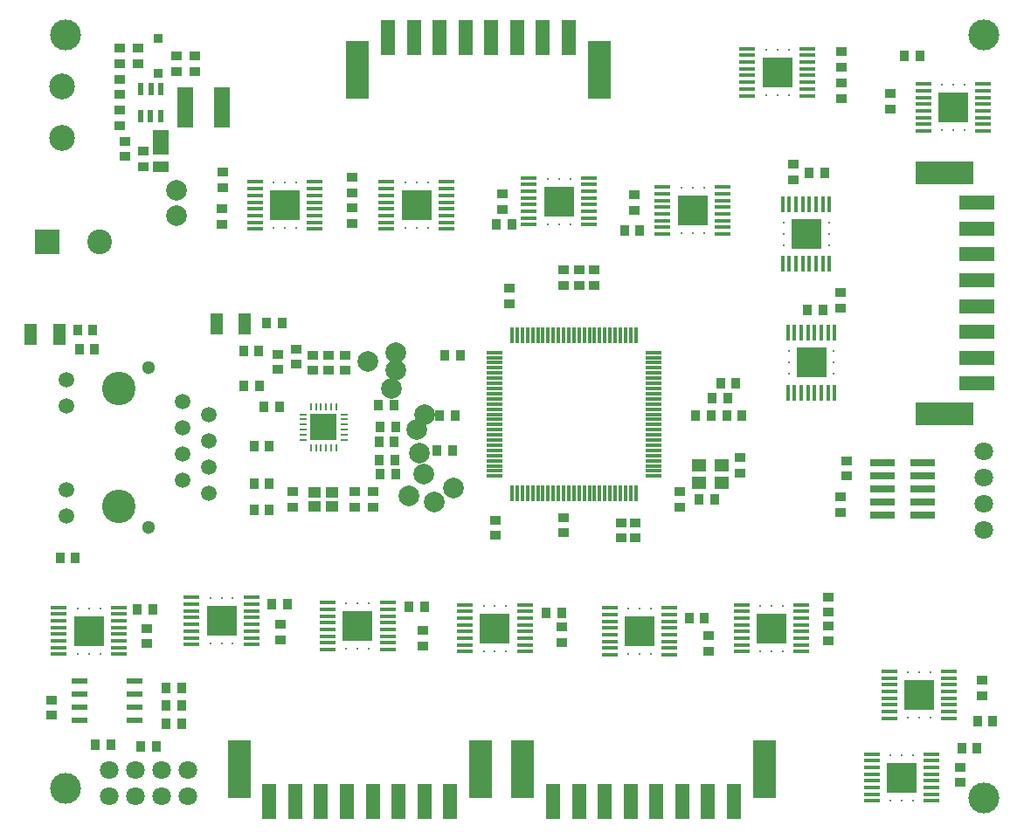
<source format=gbr>
G04 #@! TF.FileFunction,Soldermask,Top*
%FSLAX46Y46*%
G04 Gerber Fmt 4.6, Leading zero omitted, Abs format (unit mm)*
G04 Created by KiCad (PCBNEW 4.0.7) date 03/20/19 16:08:22*
%MOMM*%
%LPD*%
G01*
G04 APERTURE LIST*
%ADD10C,0.050000*%
%ADD11R,3.000000X3.000000*%
%ADD12C,0.300000*%
%ADD13R,1.500000X0.450000*%
%ADD14C,3.000000*%
%ADD15R,0.899160X1.000760*%
%ADD16R,1.000760X0.899160*%
%ADD17C,2.000000*%
%ADD18R,0.450000X1.500000*%
%ADD19R,2.499360X2.499360*%
%ADD20O,0.800100X0.248920*%
%ADD21O,0.248920X0.800100*%
%ADD22C,1.500000*%
%ADD23C,3.250000*%
%ADD24C,1.300000*%
%ADD25R,1.400000X1.200000*%
%ADD26R,1.200000X1.100000*%
%ADD27C,2.500000*%
%ADD28R,0.900000X1.000000*%
%ADD29R,1.000000X0.900000*%
%ADD30R,2.400000X2.400000*%
%ADD31C,2.400000*%
%ADD32R,1.500000X1.050000*%
%ADD33R,1.500000X2.400000*%
%ADD34R,0.850000X0.850000*%
%ADD35C,1.800000*%
%ADD36R,1.500000X4.000000*%
%ADD37R,1.500000X0.300000*%
%ADD38R,0.300000X1.500000*%
%ADD39R,0.600000X1.200000*%
%ADD40R,1.550000X0.600000*%
%ADD41R,1.250000X2.000000*%
%ADD42R,1.400000X3.400000*%
%ADD43R,2.300000X5.600000*%
%ADD44R,3.400000X1.400000*%
%ADD45R,5.600000X2.300000*%
%ADD46R,2.400000X0.760000*%
G04 APERTURE END LIST*
D10*
D11*
X152750000Y-75000000D03*
D12*
X152750000Y-77200000D03*
X151650000Y-77200000D03*
X153850000Y-77200000D03*
X153850000Y-72800000D03*
X151650000Y-72800000D03*
X152750000Y-72800000D03*
X152750000Y-73900000D03*
X151650000Y-73900000D03*
X153850000Y-73900000D03*
X153850000Y-76100000D03*
X151650000Y-76100000D03*
X152750000Y-76100000D03*
D13*
X149850000Y-76625000D03*
X149850000Y-77275000D03*
X149850000Y-75975000D03*
X149850000Y-75325000D03*
X149850000Y-72725000D03*
X149850000Y-73375000D03*
X149850000Y-74675000D03*
X149850000Y-74025000D03*
X155650000Y-74025000D03*
X155650000Y-74675000D03*
X155650000Y-73375000D03*
X155650000Y-72725000D03*
X155650000Y-75325000D03*
X155650000Y-75975000D03*
X155650000Y-77275000D03*
X155650000Y-76625000D03*
D12*
X152750000Y-75000000D03*
X151650000Y-75000000D03*
X153850000Y-75000000D03*
D11*
X113250000Y-74500000D03*
D12*
X113250000Y-76700000D03*
X112150000Y-76700000D03*
X114350000Y-76700000D03*
X114350000Y-72300000D03*
X112150000Y-72300000D03*
X113250000Y-72300000D03*
X113250000Y-73400000D03*
X112150000Y-73400000D03*
X114350000Y-73400000D03*
X114350000Y-75600000D03*
X112150000Y-75600000D03*
X113250000Y-75600000D03*
D13*
X110350000Y-76125000D03*
X110350000Y-76775000D03*
X110350000Y-75475000D03*
X110350000Y-74825000D03*
X110350000Y-72225000D03*
X110350000Y-72875000D03*
X110350000Y-74175000D03*
X110350000Y-73525000D03*
X116150000Y-73525000D03*
X116150000Y-74175000D03*
X116150000Y-72875000D03*
X116150000Y-72225000D03*
X116150000Y-74825000D03*
X116150000Y-75475000D03*
X116150000Y-76775000D03*
X116150000Y-76125000D03*
D12*
X113250000Y-74500000D03*
X112150000Y-74500000D03*
X114350000Y-74500000D03*
D14*
X92000000Y-131000000D03*
X92000000Y-58000000D03*
X181000000Y-132000000D03*
X181000000Y-58000000D03*
D15*
X156151840Y-93200000D03*
X154648160Y-93200000D03*
D16*
X143250000Y-82251840D03*
X143250000Y-80748160D03*
X112522000Y-90413840D03*
X112522000Y-88910160D03*
D17*
X126250000Y-98500000D03*
X126710000Y-100580000D03*
X121250000Y-89600000D03*
X129575000Y-101875000D03*
X123600000Y-92250000D03*
X127750000Y-103250000D03*
X125300000Y-102650000D03*
X126750000Y-94750000D03*
X124000000Y-90500000D03*
X124000000Y-88750000D03*
D16*
X145800000Y-106751840D03*
X145800000Y-105248160D03*
X147200000Y-106751840D03*
X147200000Y-105248160D03*
D15*
X103251840Y-124750000D03*
X101748160Y-124750000D03*
D16*
X167100000Y-104251840D03*
X167100000Y-102748160D03*
D15*
X103251840Y-121250000D03*
X101748160Y-121250000D03*
X103251840Y-123000000D03*
X101748160Y-123000000D03*
X123801840Y-93850000D03*
X122298160Y-93850000D03*
X123951840Y-100570000D03*
X122448160Y-100570000D03*
X124001840Y-96000000D03*
X122498160Y-96000000D03*
D16*
X121750000Y-103751840D03*
X121750000Y-102248160D03*
X115950000Y-90501840D03*
X115950000Y-88998160D03*
D15*
X129501840Y-98250000D03*
X127998160Y-98250000D03*
D16*
X117500000Y-90501840D03*
X117500000Y-88998160D03*
D15*
X92953840Y-108712000D03*
X91450160Y-108712000D03*
X94811840Y-88440000D03*
X93308160Y-88440000D03*
X94641840Y-86550000D03*
X93138160Y-86550000D03*
X100751840Y-127000000D03*
X99248160Y-127000000D03*
X112951840Y-85900000D03*
X111448160Y-85900000D03*
D11*
X139800000Y-74100000D03*
D12*
X139800000Y-76300000D03*
X138700000Y-76300000D03*
X140900000Y-76300000D03*
X140900000Y-71900000D03*
X138700000Y-71900000D03*
X139800000Y-71900000D03*
X139800000Y-73000000D03*
X138700000Y-73000000D03*
X140900000Y-73000000D03*
X140900000Y-75200000D03*
X138700000Y-75200000D03*
X139800000Y-75200000D03*
D13*
X136900000Y-75725000D03*
X136900000Y-76375000D03*
X136900000Y-75075000D03*
X136900000Y-74425000D03*
X136900000Y-71825000D03*
X136900000Y-72475000D03*
X136900000Y-73775000D03*
X136900000Y-73125000D03*
X142700000Y-73125000D03*
X142700000Y-73775000D03*
X142700000Y-72475000D03*
X142700000Y-71825000D03*
X142700000Y-74425000D03*
X142700000Y-75075000D03*
X142700000Y-76375000D03*
X142700000Y-75725000D03*
D12*
X139800000Y-74100000D03*
X138700000Y-74100000D03*
X140900000Y-74100000D03*
D11*
X126000000Y-74500000D03*
D12*
X126000000Y-76700000D03*
X124900000Y-76700000D03*
X127100000Y-76700000D03*
X127100000Y-72300000D03*
X124900000Y-72300000D03*
X126000000Y-72300000D03*
X126000000Y-73400000D03*
X124900000Y-73400000D03*
X127100000Y-73400000D03*
X127100000Y-75600000D03*
X124900000Y-75600000D03*
X126000000Y-75600000D03*
D13*
X123100000Y-76125000D03*
X123100000Y-76775000D03*
X123100000Y-75475000D03*
X123100000Y-74825000D03*
X123100000Y-72225000D03*
X123100000Y-72875000D03*
X123100000Y-74175000D03*
X123100000Y-73525000D03*
X128900000Y-73525000D03*
X128900000Y-74175000D03*
X128900000Y-72875000D03*
X128900000Y-72225000D03*
X128900000Y-74825000D03*
X128900000Y-75475000D03*
X128900000Y-76775000D03*
X128900000Y-76125000D03*
D12*
X126000000Y-74500000D03*
X124900000Y-74500000D03*
X127100000Y-74500000D03*
D11*
X164250000Y-89750000D03*
D12*
X162050000Y-89750000D03*
X162050000Y-88650000D03*
X162050000Y-90850000D03*
X166450000Y-90850000D03*
X166450000Y-88650000D03*
X166450000Y-89750000D03*
X165350000Y-89750000D03*
X165350000Y-88650000D03*
X165350000Y-90850000D03*
X163150000Y-90850000D03*
X163150000Y-88650000D03*
X163150000Y-89750000D03*
D18*
X162625000Y-86850000D03*
X161975000Y-86850000D03*
X163275000Y-86850000D03*
X163925000Y-86850000D03*
X166525000Y-86850000D03*
X165875000Y-86850000D03*
X164575000Y-86850000D03*
X165225000Y-86850000D03*
X165225000Y-92650000D03*
X164575000Y-92650000D03*
X165875000Y-92650000D03*
X166525000Y-92650000D03*
X163925000Y-92650000D03*
X163275000Y-92650000D03*
X161975000Y-92650000D03*
X162625000Y-92650000D03*
D12*
X164250000Y-89750000D03*
X164250000Y-88650000D03*
X164250000Y-90850000D03*
D11*
X163750000Y-77250000D03*
D12*
X161550000Y-77250000D03*
X161550000Y-76150000D03*
X161550000Y-78350000D03*
X165950000Y-78350000D03*
X165950000Y-76150000D03*
X165950000Y-77250000D03*
X164850000Y-77250000D03*
X164850000Y-76150000D03*
X164850000Y-78350000D03*
X162650000Y-78350000D03*
X162650000Y-76150000D03*
X162650000Y-77250000D03*
D18*
X162125000Y-74350000D03*
X161475000Y-74350000D03*
X162775000Y-74350000D03*
X163425000Y-74350000D03*
X166025000Y-74350000D03*
X165375000Y-74350000D03*
X164075000Y-74350000D03*
X164725000Y-74350000D03*
X164725000Y-80150000D03*
X164075000Y-80150000D03*
X165375000Y-80150000D03*
X166025000Y-80150000D03*
X163425000Y-80150000D03*
X162775000Y-80150000D03*
X161475000Y-80150000D03*
X162125000Y-80150000D03*
D12*
X163750000Y-77250000D03*
X163750000Y-76150000D03*
X163750000Y-78350000D03*
D11*
X178000000Y-65000000D03*
D12*
X178000000Y-67200000D03*
X176900000Y-67200000D03*
X179100000Y-67200000D03*
X179100000Y-62800000D03*
X176900000Y-62800000D03*
X178000000Y-62800000D03*
X178000000Y-63900000D03*
X176900000Y-63900000D03*
X179100000Y-63900000D03*
X179100000Y-66100000D03*
X176900000Y-66100000D03*
X178000000Y-66100000D03*
D13*
X175100000Y-66625000D03*
X175100000Y-67275000D03*
X175100000Y-65975000D03*
X175100000Y-65325000D03*
X175100000Y-62725000D03*
X175100000Y-63375000D03*
X175100000Y-64675000D03*
X175100000Y-64025000D03*
X180900000Y-64025000D03*
X180900000Y-64675000D03*
X180900000Y-63375000D03*
X180900000Y-62725000D03*
X180900000Y-65325000D03*
X180900000Y-65975000D03*
X180900000Y-67275000D03*
X180900000Y-66625000D03*
D12*
X178000000Y-65000000D03*
X176900000Y-65000000D03*
X179100000Y-65000000D03*
D11*
X160950000Y-61570000D03*
D12*
X160950000Y-59370000D03*
X162050000Y-59370000D03*
X159850000Y-59370000D03*
X159850000Y-63770000D03*
X162050000Y-63770000D03*
X160950000Y-63770000D03*
X160950000Y-62670000D03*
X162050000Y-62670000D03*
X159850000Y-62670000D03*
X159850000Y-60470000D03*
X162050000Y-60470000D03*
X160950000Y-60470000D03*
D13*
X163850000Y-59945000D03*
X163850000Y-59295000D03*
X163850000Y-60595000D03*
X163850000Y-61245000D03*
X163850000Y-63845000D03*
X163850000Y-63195000D03*
X163850000Y-61895000D03*
X163850000Y-62545000D03*
X158050000Y-62545000D03*
X158050000Y-61895000D03*
X158050000Y-63195000D03*
X158050000Y-63845000D03*
X158050000Y-61245000D03*
X158050000Y-60595000D03*
X158050000Y-59295000D03*
X158050000Y-59945000D03*
D12*
X160950000Y-61570000D03*
X162050000Y-61570000D03*
X159850000Y-61570000D03*
D11*
X147600000Y-115800000D03*
D12*
X147600000Y-113600000D03*
X148700000Y-113600000D03*
X146500000Y-113600000D03*
X146500000Y-118000000D03*
X148700000Y-118000000D03*
X147600000Y-118000000D03*
X147600000Y-116900000D03*
X148700000Y-116900000D03*
X146500000Y-116900000D03*
X146500000Y-114700000D03*
X148700000Y-114700000D03*
X147600000Y-114700000D03*
D13*
X150500000Y-114175000D03*
X150500000Y-113525000D03*
X150500000Y-114825000D03*
X150500000Y-115475000D03*
X150500000Y-118075000D03*
X150500000Y-117425000D03*
X150500000Y-116125000D03*
X150500000Y-116775000D03*
X144700000Y-116775000D03*
X144700000Y-116125000D03*
X144700000Y-117425000D03*
X144700000Y-118075000D03*
X144700000Y-115475000D03*
X144700000Y-114825000D03*
X144700000Y-113525000D03*
X144700000Y-114175000D03*
D12*
X147600000Y-115800000D03*
X148700000Y-115800000D03*
X146500000Y-115800000D03*
D11*
X160400000Y-115500000D03*
D12*
X160400000Y-113300000D03*
X161500000Y-113300000D03*
X159300000Y-113300000D03*
X159300000Y-117700000D03*
X161500000Y-117700000D03*
X160400000Y-117700000D03*
X160400000Y-116600000D03*
X161500000Y-116600000D03*
X159300000Y-116600000D03*
X159300000Y-114400000D03*
X161500000Y-114400000D03*
X160400000Y-114400000D03*
D13*
X163300000Y-113875000D03*
X163300000Y-113225000D03*
X163300000Y-114525000D03*
X163300000Y-115175000D03*
X163300000Y-117775000D03*
X163300000Y-117125000D03*
X163300000Y-115825000D03*
X163300000Y-116475000D03*
X157500000Y-116475000D03*
X157500000Y-115825000D03*
X157500000Y-117125000D03*
X157500000Y-117775000D03*
X157500000Y-115175000D03*
X157500000Y-114525000D03*
X157500000Y-113225000D03*
X157500000Y-113875000D03*
D12*
X160400000Y-115500000D03*
X161500000Y-115500000D03*
X159300000Y-115500000D03*
D11*
X173025000Y-129975000D03*
D12*
X173025000Y-127775000D03*
X174125000Y-127775000D03*
X171925000Y-127775000D03*
X171925000Y-132175000D03*
X174125000Y-132175000D03*
X173025000Y-132175000D03*
X173025000Y-131075000D03*
X174125000Y-131075000D03*
X171925000Y-131075000D03*
X171925000Y-128875000D03*
X174125000Y-128875000D03*
X173025000Y-128875000D03*
D13*
X175925000Y-128350000D03*
X175925000Y-127700000D03*
X175925000Y-129000000D03*
X175925000Y-129650000D03*
X175925000Y-132250000D03*
X175925000Y-131600000D03*
X175925000Y-130300000D03*
X175925000Y-130950000D03*
X170125000Y-130950000D03*
X170125000Y-130300000D03*
X170125000Y-131600000D03*
X170125000Y-132250000D03*
X170125000Y-129650000D03*
X170125000Y-129000000D03*
X170125000Y-127700000D03*
X170125000Y-128350000D03*
D12*
X173025000Y-129975000D03*
X174125000Y-129975000D03*
X171925000Y-129975000D03*
D11*
X174710000Y-121960000D03*
D12*
X174710000Y-119760000D03*
X175810000Y-119760000D03*
X173610000Y-119760000D03*
X173610000Y-124160000D03*
X175810000Y-124160000D03*
X174710000Y-124160000D03*
X174710000Y-123060000D03*
X175810000Y-123060000D03*
X173610000Y-123060000D03*
X173610000Y-120860000D03*
X175810000Y-120860000D03*
X174710000Y-120860000D03*
D13*
X177610000Y-120335000D03*
X177610000Y-119685000D03*
X177610000Y-120985000D03*
X177610000Y-121635000D03*
X177610000Y-124235000D03*
X177610000Y-123585000D03*
X177610000Y-122285000D03*
X177610000Y-122935000D03*
X171810000Y-122935000D03*
X171810000Y-122285000D03*
X171810000Y-123585000D03*
X171810000Y-124235000D03*
X171810000Y-121635000D03*
X171810000Y-120985000D03*
X171810000Y-119685000D03*
X171810000Y-120335000D03*
D12*
X174710000Y-121960000D03*
X175810000Y-121960000D03*
X173610000Y-121960000D03*
D11*
X107100000Y-114800000D03*
D12*
X107100000Y-112600000D03*
X108200000Y-112600000D03*
X106000000Y-112600000D03*
X106000000Y-117000000D03*
X108200000Y-117000000D03*
X107100000Y-117000000D03*
X107100000Y-115900000D03*
X108200000Y-115900000D03*
X106000000Y-115900000D03*
X106000000Y-113700000D03*
X108200000Y-113700000D03*
X107100000Y-113700000D03*
D13*
X110000000Y-113175000D03*
X110000000Y-112525000D03*
X110000000Y-113825000D03*
X110000000Y-114475000D03*
X110000000Y-117075000D03*
X110000000Y-116425000D03*
X110000000Y-115125000D03*
X110000000Y-115775000D03*
X104200000Y-115775000D03*
X104200000Y-115125000D03*
X104200000Y-116425000D03*
X104200000Y-117075000D03*
X104200000Y-114475000D03*
X104200000Y-113825000D03*
X104200000Y-112525000D03*
X104200000Y-113175000D03*
D12*
X107100000Y-114800000D03*
X108200000Y-114800000D03*
X106000000Y-114800000D03*
D11*
X120300000Y-115300000D03*
D12*
X120300000Y-113100000D03*
X121400000Y-113100000D03*
X119200000Y-113100000D03*
X119200000Y-117500000D03*
X121400000Y-117500000D03*
X120300000Y-117500000D03*
X120300000Y-116400000D03*
X121400000Y-116400000D03*
X119200000Y-116400000D03*
X119200000Y-114200000D03*
X121400000Y-114200000D03*
X120300000Y-114200000D03*
D13*
X123200000Y-113675000D03*
X123200000Y-113025000D03*
X123200000Y-114325000D03*
X123200000Y-114975000D03*
X123200000Y-117575000D03*
X123200000Y-116925000D03*
X123200000Y-115625000D03*
X123200000Y-116275000D03*
X117400000Y-116275000D03*
X117400000Y-115625000D03*
X117400000Y-116925000D03*
X117400000Y-117575000D03*
X117400000Y-114975000D03*
X117400000Y-114325000D03*
X117400000Y-113025000D03*
X117400000Y-113675000D03*
D12*
X120300000Y-115300000D03*
X121400000Y-115300000D03*
X119200000Y-115300000D03*
D11*
X133600000Y-115500000D03*
D12*
X133600000Y-113300000D03*
X134700000Y-113300000D03*
X132500000Y-113300000D03*
X132500000Y-117700000D03*
X134700000Y-117700000D03*
X133600000Y-117700000D03*
X133600000Y-116600000D03*
X134700000Y-116600000D03*
X132500000Y-116600000D03*
X132500000Y-114400000D03*
X134700000Y-114400000D03*
X133600000Y-114400000D03*
D13*
X136500000Y-113875000D03*
X136500000Y-113225000D03*
X136500000Y-114525000D03*
X136500000Y-115175000D03*
X136500000Y-117775000D03*
X136500000Y-117125000D03*
X136500000Y-115825000D03*
X136500000Y-116475000D03*
X130700000Y-116475000D03*
X130700000Y-115825000D03*
X130700000Y-117125000D03*
X130700000Y-117775000D03*
X130700000Y-115175000D03*
X130700000Y-114525000D03*
X130700000Y-113225000D03*
X130700000Y-113875000D03*
D12*
X133600000Y-115500000D03*
X134700000Y-115500000D03*
X132500000Y-115500000D03*
D19*
X117000000Y-96000000D03*
D20*
X115001020Y-94750320D03*
X115001020Y-95250700D03*
X115001020Y-95751080D03*
X115001020Y-96248920D03*
X115001020Y-96749300D03*
X115001020Y-97249680D03*
D21*
X115750320Y-97998980D03*
X116250700Y-97998980D03*
X116751080Y-97998980D03*
X117248920Y-97998980D03*
X117749300Y-97998980D03*
X118249680Y-97998980D03*
D20*
X118998980Y-97249680D03*
X118998980Y-96749300D03*
X118998980Y-96248920D03*
X118998980Y-95751080D03*
X118998980Y-95250700D03*
X118998980Y-94750320D03*
D21*
X118249680Y-94001020D03*
X117749300Y-94001020D03*
X117248920Y-94001020D03*
X116751080Y-94001020D03*
X116250700Y-94001020D03*
X115750320Y-94001020D03*
D22*
X92100000Y-91375000D03*
X92100000Y-93915000D03*
X92100000Y-102085000D03*
X92100000Y-104625000D03*
X103350000Y-93560000D03*
X103350000Y-98630000D03*
X103350000Y-96100000D03*
X103350000Y-101170000D03*
X105890000Y-94820000D03*
X105890000Y-99900000D03*
X105890000Y-97360000D03*
D23*
X97132080Y-103715000D03*
X97132080Y-92285000D03*
D24*
X100050000Y-90255000D03*
X100050000Y-105745000D03*
D22*
X105890000Y-102440000D03*
D25*
X155550000Y-99725000D03*
X153350000Y-99725000D03*
X155550000Y-101425000D03*
X153350000Y-101425000D03*
D26*
X116150000Y-103700000D03*
X117850000Y-103700000D03*
X116150000Y-102300000D03*
X117850000Y-102300000D03*
D15*
X110248160Y-104000000D03*
X111751840Y-104000000D03*
D27*
X91660000Y-62970000D03*
X91660000Y-67970000D03*
D15*
X128248160Y-94900000D03*
D28*
X129751840Y-94900000D03*
D15*
X128748160Y-89000000D03*
D28*
X130251840Y-89000000D03*
D15*
X157551840Y-94900000D03*
D28*
X156048160Y-94900000D03*
D16*
X133650000Y-104998160D03*
D29*
X133650000Y-106501840D03*
D15*
X153048160Y-94900000D03*
D28*
X154551840Y-94900000D03*
D15*
X156951840Y-91700000D03*
D28*
X155448160Y-91700000D03*
D16*
X140250000Y-104748160D03*
D29*
X140250000Y-106251840D03*
D16*
X140250000Y-80748160D03*
D29*
X140250000Y-82251840D03*
D16*
X151500000Y-103751840D03*
D29*
X151500000Y-102248160D03*
D16*
X141750000Y-80748160D03*
D29*
X141750000Y-82251840D03*
D16*
X157350000Y-100426840D03*
D29*
X157350000Y-98923160D03*
D15*
X154901840Y-103025000D03*
D28*
X153398160Y-103025000D03*
D16*
X99900000Y-117001840D03*
D29*
X99900000Y-115498160D03*
D15*
X98948160Y-113650000D03*
D28*
X100451840Y-113650000D03*
D16*
X147100000Y-73448160D03*
D29*
X147100000Y-74951840D03*
D16*
X134300000Y-73348160D03*
D29*
X134300000Y-74851840D03*
D30*
X90250000Y-78000000D03*
D31*
X95250000Y-78000000D03*
D16*
X99500000Y-70751840D03*
D29*
X99500000Y-69248160D03*
D15*
X147651840Y-76900000D03*
D28*
X146148160Y-76900000D03*
D15*
X135251840Y-76300000D03*
D28*
X133748160Y-76300000D03*
D16*
X119750000Y-74748160D03*
D29*
X119750000Y-76251840D03*
D16*
X104500000Y-61501840D03*
D29*
X104500000Y-59998160D03*
D16*
X107100000Y-74848160D03*
D29*
X107100000Y-76351840D03*
D16*
X119750000Y-73251840D03*
D29*
X119750000Y-71748160D03*
D16*
X97250000Y-66751840D03*
D29*
X97250000Y-65248160D03*
D16*
X107250000Y-72751840D03*
D29*
X107250000Y-71248160D03*
D15*
X165351840Y-84600000D03*
D28*
X163848160Y-84600000D03*
D15*
X165551840Y-71300000D03*
D28*
X164048160Y-71300000D03*
D16*
X167100000Y-82948160D03*
D29*
X167100000Y-84451840D03*
D16*
X162500000Y-72001840D03*
D29*
X162500000Y-70498160D03*
D16*
X171900000Y-63638160D03*
D29*
X171900000Y-65141840D03*
D16*
X167150000Y-64111840D03*
D29*
X167150000Y-62608160D03*
D15*
X173248160Y-60000000D03*
D28*
X174751840Y-60000000D03*
D16*
X167130000Y-59558160D03*
D29*
X167130000Y-61061840D03*
D16*
X154300000Y-117701840D03*
D29*
X154300000Y-116198160D03*
D16*
X165900000Y-116751840D03*
D29*
X165900000Y-115248160D03*
D15*
X152398160Y-114550000D03*
D28*
X153901840Y-114550000D03*
D16*
X165900000Y-112448160D03*
D29*
X165900000Y-113951840D03*
D16*
X178660000Y-130461840D03*
D29*
X178660000Y-128958160D03*
D16*
X180830000Y-122071840D03*
D29*
X180830000Y-120568160D03*
D15*
X178818160Y-127160000D03*
D28*
X180321840Y-127160000D03*
D15*
X181851840Y-124510000D03*
D28*
X180348160Y-124510000D03*
D16*
X112800000Y-116601840D03*
D29*
X112800000Y-115098160D03*
D16*
X126600000Y-117201840D03*
D29*
X126600000Y-115698160D03*
D16*
X140050000Y-116901840D03*
D29*
X140050000Y-115398160D03*
D15*
X111998160Y-113150000D03*
D28*
X113501840Y-113150000D03*
D15*
X125248160Y-113450000D03*
D28*
X126751840Y-113450000D03*
D15*
X138548160Y-114000000D03*
D28*
X140051840Y-114000000D03*
D16*
X114300000Y-88402160D03*
D29*
X114300000Y-89905840D03*
D15*
X110733840Y-88646000D03*
D28*
X109230160Y-88646000D03*
D15*
X123921840Y-99160000D03*
D28*
X122418160Y-99160000D03*
D15*
X111248160Y-94000000D03*
D28*
X112751840Y-94000000D03*
D16*
X114000000Y-102248160D03*
D29*
X114000000Y-103751840D03*
D15*
X110751840Y-92000000D03*
D28*
X109248160Y-92000000D03*
D15*
X123851840Y-97425000D03*
D28*
X122348160Y-97425000D03*
D16*
X120000000Y-103751840D03*
D29*
X120000000Y-102248160D03*
D16*
X119100000Y-88998160D03*
D29*
X119100000Y-90501840D03*
D15*
X111751840Y-97800000D03*
D28*
X110248160Y-97800000D03*
D15*
X110248160Y-101500000D03*
D28*
X111751840Y-101500000D03*
D32*
X101250000Y-70775000D03*
D33*
X101250000Y-68400000D03*
D34*
X101000000Y-58325000D03*
X101000000Y-61675000D03*
D35*
X181000000Y-105950000D03*
X181000000Y-103410000D03*
X181000000Y-98340160D03*
X181000000Y-100880160D03*
X101270000Y-131770000D03*
X103810000Y-131770000D03*
X98730000Y-131770000D03*
X96190000Y-131770000D03*
X96190000Y-129230000D03*
X98730000Y-129230000D03*
X103810000Y-129230000D03*
X101270000Y-129230000D03*
D36*
X107160000Y-64980000D03*
X103560000Y-64980000D03*
D17*
X126000000Y-96250000D03*
D15*
X96351840Y-126800000D03*
X94848160Y-126800000D03*
D16*
X90650000Y-123951840D03*
X90650000Y-122448160D03*
X97750000Y-68248160D03*
X97750000Y-69751840D03*
X97250000Y-59248160D03*
X97250000Y-60751840D03*
X102750000Y-59998160D03*
X102750000Y-61501840D03*
X99000000Y-60751840D03*
X99000000Y-59248160D03*
X97250000Y-62248160D03*
X97250000Y-63751840D03*
X167670000Y-99248160D03*
X167670000Y-100751840D03*
D37*
X148950000Y-92750000D03*
X148950000Y-92250000D03*
X148950000Y-91750000D03*
X148950000Y-90750000D03*
X148950000Y-91250000D03*
X148950000Y-89250000D03*
X148950000Y-88750000D03*
X148950000Y-89750000D03*
X148950000Y-90250000D03*
D38*
X135750000Y-102450000D03*
X135250000Y-102450000D03*
X138750000Y-102450000D03*
X138250000Y-102450000D03*
X139250000Y-102450000D03*
X137250000Y-102450000D03*
X137750000Y-102450000D03*
X136250000Y-102450000D03*
X136750000Y-102450000D03*
D37*
X133550000Y-97250000D03*
X133550000Y-97750000D03*
X133550000Y-96750000D03*
X133550000Y-98250000D03*
X133550000Y-98750000D03*
X133550000Y-100750000D03*
X133550000Y-100250000D03*
X133550000Y-99750000D03*
X133550000Y-99250000D03*
D38*
X137250000Y-87050000D03*
X138750000Y-87050000D03*
X139250000Y-87050000D03*
X138250000Y-87050000D03*
X137750000Y-87050000D03*
X135750000Y-87050000D03*
X136250000Y-87050000D03*
X136750000Y-87050000D03*
X135250000Y-87050000D03*
D37*
X148950000Y-94750000D03*
X148950000Y-94250000D03*
X148950000Y-93250000D03*
X148950000Y-93750000D03*
D38*
X140250000Y-102450000D03*
X139750000Y-102450000D03*
X141250000Y-102450000D03*
X140750000Y-102450000D03*
D37*
X133550000Y-94750000D03*
X133550000Y-95250000D03*
X133550000Y-95750000D03*
X133550000Y-96250000D03*
D38*
X139750000Y-87050000D03*
X141250000Y-87050000D03*
X140750000Y-87050000D03*
X140250000Y-87050000D03*
D37*
X148950000Y-95750000D03*
X148950000Y-95250000D03*
X148950000Y-96250000D03*
X148950000Y-96750000D03*
D38*
X144250000Y-102450000D03*
X144750000Y-102450000D03*
X145750000Y-102450000D03*
X145250000Y-102450000D03*
X142750000Y-102450000D03*
X143750000Y-102450000D03*
X143250000Y-102450000D03*
X141750000Y-102450000D03*
X142250000Y-102450000D03*
D37*
X133550000Y-94250000D03*
X133550000Y-93750000D03*
D38*
X142250000Y-87050000D03*
X142750000Y-87050000D03*
X143750000Y-87050000D03*
X143250000Y-87050000D03*
X144750000Y-87050000D03*
X145250000Y-87050000D03*
X144250000Y-87050000D03*
X146750000Y-87050000D03*
X147250000Y-87050000D03*
X146250000Y-87050000D03*
X145750000Y-87050000D03*
D37*
X148950000Y-97250000D03*
X148950000Y-97750000D03*
X148950000Y-98750000D03*
X148950000Y-98250000D03*
X148950000Y-99750000D03*
X148950000Y-100250000D03*
X148950000Y-99250000D03*
D38*
X146750000Y-102450000D03*
X146250000Y-102450000D03*
X147250000Y-102450000D03*
D37*
X148950000Y-100750000D03*
X133550000Y-91750000D03*
X133550000Y-92250000D03*
X133550000Y-93250000D03*
X133550000Y-92750000D03*
X133550000Y-90250000D03*
X133550000Y-91250000D03*
X133550000Y-90750000D03*
X133550000Y-89250000D03*
X133550000Y-89750000D03*
X133550000Y-88750000D03*
D38*
X141750000Y-87050000D03*
D11*
X94250000Y-115750000D03*
D12*
X94250000Y-113550000D03*
X95350000Y-113550000D03*
X93150000Y-113550000D03*
X93150000Y-117950000D03*
X95350000Y-117950000D03*
X94250000Y-117950000D03*
X94250000Y-116850000D03*
X95350000Y-116850000D03*
X93150000Y-116850000D03*
X93150000Y-114650000D03*
X95350000Y-114650000D03*
X94250000Y-114650000D03*
D13*
X97150000Y-114125000D03*
X97150000Y-113475000D03*
X97150000Y-114775000D03*
X97150000Y-115425000D03*
X97150000Y-118025000D03*
X97150000Y-117375000D03*
X97150000Y-116075000D03*
X97150000Y-116725000D03*
X91350000Y-116725000D03*
X91350000Y-116075000D03*
X91350000Y-117375000D03*
X91350000Y-118025000D03*
X91350000Y-115425000D03*
X91350000Y-114775000D03*
X91350000Y-113475000D03*
X91350000Y-114125000D03*
D12*
X94250000Y-115750000D03*
X95350000Y-115750000D03*
X93150000Y-115750000D03*
D39*
X101200000Y-65800000D03*
X101200000Y-63200000D03*
X100250000Y-63200000D03*
X99300000Y-63200000D03*
X99300000Y-65800000D03*
X100199960Y-65800000D03*
D40*
X98700000Y-124405000D03*
X98700000Y-123135000D03*
X98700000Y-121865000D03*
X98700000Y-120595000D03*
X93300000Y-120595000D03*
X93300000Y-121865000D03*
X93300000Y-123135000D03*
X93300000Y-124405000D03*
D17*
X102750000Y-73000000D03*
X102750000Y-75500000D03*
D16*
X135000000Y-82498160D03*
D29*
X135000000Y-84001840D03*
D41*
X88625000Y-87000000D03*
X91375000Y-87000000D03*
X106625000Y-86000000D03*
X109375000Y-86000000D03*
D42*
X140750000Y-58200000D03*
X138250000Y-58200000D03*
X135750000Y-58200000D03*
X123250000Y-58200000D03*
X128250000Y-58200000D03*
X125750000Y-58200000D03*
D43*
X143700000Y-61350000D03*
D42*
X130750000Y-58200000D03*
X133250000Y-58200000D03*
D43*
X120300000Y-61350000D03*
D42*
X111750000Y-132300000D03*
X114250000Y-132300000D03*
X116750000Y-132300000D03*
X129250000Y-132300000D03*
X124250000Y-132300000D03*
X126750000Y-132300000D03*
D43*
X108800000Y-129150000D03*
D42*
X121750000Y-132300000D03*
X119250000Y-132300000D03*
D43*
X132200000Y-129150000D03*
D44*
X180300000Y-91750000D03*
X180300000Y-89250000D03*
X180300000Y-86750000D03*
X180300000Y-74250000D03*
X180300000Y-79250000D03*
X180300000Y-76750000D03*
D45*
X177150000Y-94700000D03*
D44*
X180300000Y-81750000D03*
X180300000Y-84250000D03*
D45*
X177150000Y-71300000D03*
D42*
X139250000Y-132300000D03*
X141750000Y-132300000D03*
X144250000Y-132300000D03*
X156750000Y-132300000D03*
X151750000Y-132300000D03*
X154250000Y-132300000D03*
D43*
X136300000Y-129150000D03*
D42*
X149250000Y-132300000D03*
X146750000Y-132300000D03*
D43*
X159700000Y-129150000D03*
D46*
X171120000Y-100730000D03*
X171120000Y-99460000D03*
X175020000Y-99460000D03*
X175020000Y-100730000D03*
X175020000Y-104540000D03*
X175020000Y-103270000D03*
X175020000Y-102000000D03*
X171120000Y-102000000D03*
X171120000Y-103270000D03*
X171120000Y-104540000D03*
M02*

</source>
